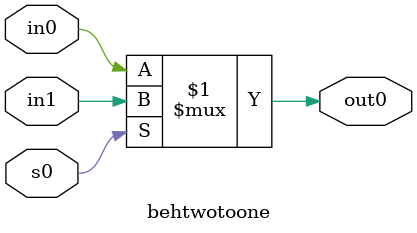
<source format=sv>
`timescale 1ns / 1ps



module behtwotoone(
    input logic in1, in0, s0,
    output logic out0
    );
    assign out0 = s0 ? in1 : in0;
endmodule

</source>
